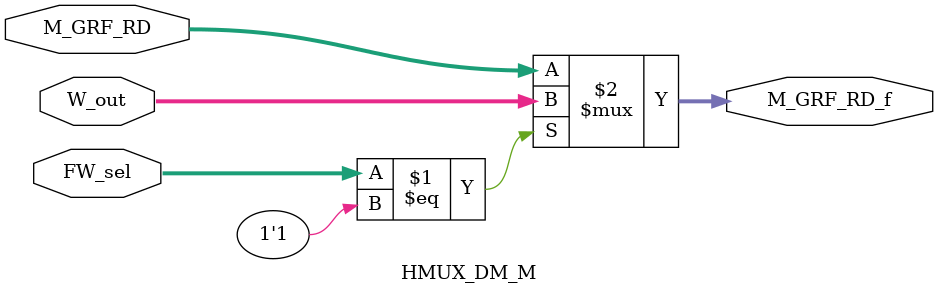
<source format=v>
`timescale 1ns / 1ps
module HMUX_DM_M(
    input [1:0] FW_sel,
    input [31:0] M_GRF_RD,
    input [31:0] W_out,
    output [31:0] M_GRF_RD_f
    );

    assign M_GRF_RD_f = (FW_sel == 1'b1) ? W_out : M_GRF_RD;

endmodule

</source>
